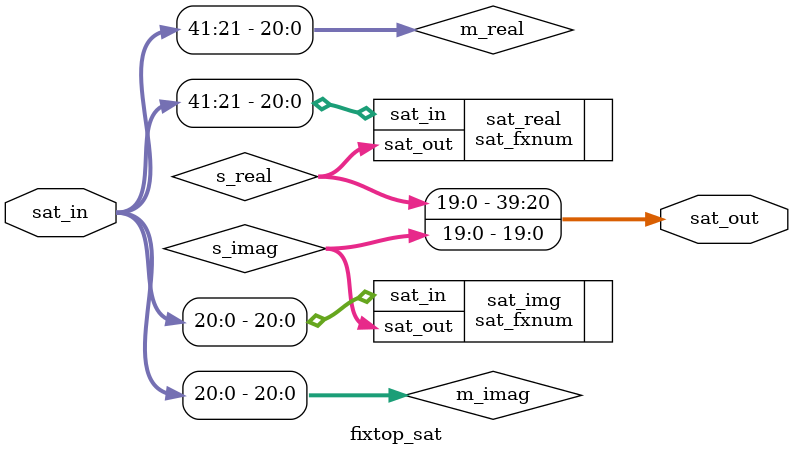
<source format=v>
`timescale 1ns / 1ps


module fixtop_sat
 #(parameter NBITS_IN  =21,
   parameter NBI_IN    =2,
   parameter NBF_IN    =19,
   parameter NBITS_OUT =20,
   parameter NBI_OUT   =1,
   parameter NBF_OUT   =19)
 
 (output [NBITS_OUT*2-1:0] sat_out,
  input  [NBITS_IN*2-1:0] sat_in);
  
  

    wire [NBITS_IN-1:0] m_real;
    wire [NBITS_IN-1:0] m_imag;
    
    wire [NBITS_OUT-1:0] s_real;
    wire [NBITS_OUT-1:0] s_imag;
    
    
assign m_real = sat_in[NBITS_IN*2-1:NBITS_IN]; //Real
assign m_imag = sat_in[NBITS_IN-1:0];        //Img
    
     
        sat_fxnum
        #(.NBITS_IN(NBITS_IN),
          .NBI_IN(NBI_IN),
          .NBF_IN(NBF_IN),
          .NBITS_OUT(NBITS_OUT),
          .NBI_OUT(NBI_OUT),
          .NBF_OUT(NBF_OUT))
        sat_real
          (.sat_in(m_real),
           .sat_out(s_real));
           
         
       
         sat_fxnum
       #(.NBITS_IN(NBITS_IN),
          .NBI_IN(NBI_IN),
          .NBF_IN(NBF_IN),
          .NBITS_OUT(NBITS_OUT),
          .NBI_OUT(NBI_OUT),
          .NBF_OUT(NBF_OUT))
        sat_img
          (.sat_in(m_imag),
           .sat_out(s_imag));
             

assign sat_out = {s_real,s_imag};

          

    
    
endmodule

</source>
